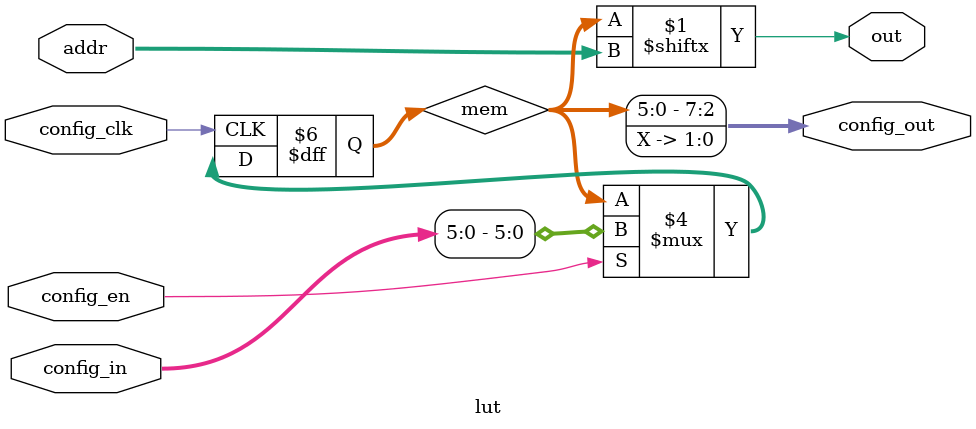
<source format=v>



module lut #(
    parameter INPUTS=4, MEM_SIZE=2^INPUTS, CONFIG_WIDTH=8
) (
    // IO
    input [INPUTS-1:0] addr, 
    output out,

    // Stream Style Configuration
    input config_clk,
    input config_en,
    input [CONFIG_WIDTH-1:0] config_in,
    output [CONFIG_WIDTH-1:0] config_out
);
reg [MEM_SIZE-1:0] mem = 0;
assign out = mem[addr];

// Stream Style Configuration Logic
generate 
    genvar i;
    for (i=1; i<(MEM_SIZE/CONFIG_WIDTH); i=i+1) begin
        always @(posedge config_clk) begin
            if (config_en)
                mem[(i+1)*CONFIG_WIDTH-1:i*CONFIG_WIDTH] <= mem[(i)*CONFIG_WIDTH-1:(i-1)*CONFIG_WIDTH];
        end
    end
    always @(posedge config_clk) begin
        if (config_en) begin
            mem[CONFIG_WIDTH-1:0] <= config_in;
        end
    end
    assign config_out = mem[MEM_SIZE-1:MEM_SIZE-CONFIG_WIDTH];
endgenerate
endmodule


</source>
